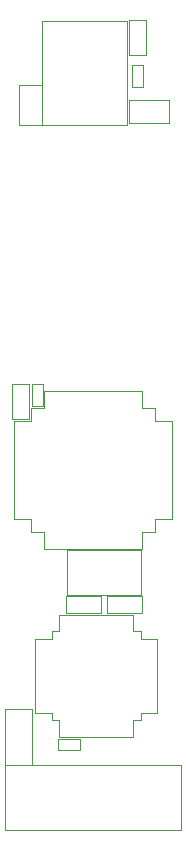
<source format=gbr>
G04 #@! TF.GenerationSoftware,KiCad,Pcbnew,8.0.5*
G04 #@! TF.CreationDate,2024-10-01T14:56:49-07:00*
G04 #@! TF.ProjectId,gr25_nodes,67723235-5f6e-46f6-9465-732e6b696361,rev?*
G04 #@! TF.SameCoordinates,Original*
G04 #@! TF.FileFunction,Other,User*
%FSLAX46Y46*%
G04 Gerber Fmt 4.6, Leading zero omitted, Abs format (unit mm)*
G04 Created by KiCad (PCBNEW 8.0.5) date 2024-10-01 14:56:49*
%MOMM*%
%LPD*%
G01*
G04 APERTURE LIST*
%ADD10C,0.050000*%
G04 APERTURE END LIST*
D10*
G04 #@! TO.C,D1*
X122770000Y-29020000D02*
X124230000Y-29020000D01*
X122770000Y-31980000D02*
X122770000Y-29020000D01*
X124230000Y-29020000D02*
X124230000Y-31980000D01*
X124230000Y-31980000D02*
X122770000Y-31980000D01*
G04 #@! TO.C,C7*
X113420000Y-34500000D02*
X115380000Y-34500000D01*
X113420000Y-37900000D02*
X113420000Y-34500000D01*
X115380000Y-34500000D02*
X115380000Y-37900000D01*
X115380000Y-37900000D02*
X113420000Y-37900000D01*
G04 #@! TO.C,U4*
X115400000Y-29100000D02*
X115400000Y-37900000D01*
X115400000Y-37900000D02*
X122600000Y-37900000D01*
X122600000Y-29100000D02*
X115400000Y-29100000D01*
X122600000Y-37900000D02*
X122600000Y-29100000D01*
G04 #@! TO.C,R3*
X123030000Y-32820000D02*
X123970000Y-32820000D01*
X123030000Y-34680000D02*
X123030000Y-32820000D01*
X123970000Y-32820000D02*
X123970000Y-34680000D01*
X123970000Y-34680000D02*
X123030000Y-34680000D01*
G04 #@! TO.C,Y1*
X117562500Y-73850000D02*
X117562500Y-77650000D01*
X117562500Y-77650000D02*
X123762500Y-77650000D01*
X123762500Y-73850000D02*
X117562500Y-73850000D01*
X123762500Y-77650000D02*
X123762500Y-73850000D01*
G04 #@! TO.C,C6*
X122800000Y-35770000D02*
X126200000Y-35770000D01*
X122800000Y-37730000D02*
X122800000Y-35770000D01*
X126200000Y-35770000D02*
X126200000Y-37730000D01*
X126200000Y-37730000D02*
X122800000Y-37730000D01*
G04 #@! TO.C,C9*
X120907500Y-77770000D02*
X123867500Y-77770000D01*
X120907500Y-79230000D02*
X120907500Y-77770000D01*
X123867500Y-77770000D02*
X123867500Y-79230000D01*
X123867500Y-79230000D02*
X120907500Y-79230000D01*
G04 #@! TO.C,J1*
X112300000Y-92100000D02*
X112300000Y-97600000D01*
X112300000Y-97600000D02*
X127200000Y-97600000D01*
X127200000Y-92100000D02*
X112300000Y-92100000D01*
X127200000Y-97600000D02*
X127200000Y-92100000D01*
G04 #@! TO.C,C10*
X117457500Y-77770000D02*
X120417500Y-77770000D01*
X117457500Y-79230000D02*
X117457500Y-77770000D01*
X120417500Y-77770000D02*
X120417500Y-79230000D01*
X120417500Y-79230000D02*
X117457500Y-79230000D01*
G04 #@! TO.C,D4*
X112250000Y-92050000D02*
X112250000Y-87350000D01*
X114550000Y-87350000D02*
X112250000Y-87350000D01*
X114550000Y-87350000D02*
X114550000Y-92050000D01*
X114550000Y-92050000D02*
X112250000Y-92050000D01*
G04 #@! TO.C,U5*
X114850000Y-81350001D02*
X116250000Y-81350000D01*
X114850000Y-84500000D02*
X114850000Y-81350001D01*
X114850000Y-84500000D02*
X114850000Y-87649999D01*
X114850000Y-87649999D02*
X116250000Y-87650000D01*
X116250000Y-80750000D02*
X116850000Y-80750000D01*
X116250000Y-81350000D02*
X116250000Y-80750000D01*
X116250000Y-87650000D02*
X116250000Y-88250000D01*
X116250000Y-88250000D02*
X116850000Y-88250000D01*
X116850000Y-80750000D02*
X116850001Y-79350000D01*
X116850000Y-88250000D02*
X116850001Y-89650000D01*
X116850001Y-79350000D02*
X120000000Y-79350000D01*
X116850001Y-89650000D02*
X120000000Y-89650000D01*
X123149999Y-79350000D02*
X120000000Y-79350000D01*
X123149999Y-89650000D02*
X120000000Y-89650000D01*
X123150000Y-80750000D02*
X123149999Y-79350000D01*
X123150000Y-88250000D02*
X123149999Y-89650000D01*
X123750000Y-80750000D02*
X123150000Y-80750000D01*
X123750000Y-81350000D02*
X123750000Y-80750000D01*
X123750000Y-87650000D02*
X123750000Y-88250000D01*
X123750000Y-88250000D02*
X123150000Y-88250000D01*
X125150000Y-81350001D02*
X123750000Y-81350000D01*
X125150000Y-84500000D02*
X125150000Y-81350001D01*
X125150000Y-84500000D02*
X125150000Y-87649999D01*
X125150000Y-87649999D02*
X123750000Y-87650000D01*
G04 #@! TO.C,R18*
X114530000Y-59770000D02*
X115470000Y-59770000D01*
X114530000Y-61630000D02*
X114530000Y-59770000D01*
X115470000Y-59770000D02*
X115470000Y-61630000D01*
X115470000Y-61630000D02*
X114530000Y-61630000D01*
G04 #@! TO.C,U1*
X113050000Y-62924999D02*
X114500000Y-62924999D01*
X113050000Y-71225001D02*
X114500000Y-71225001D01*
X113050001Y-67075000D02*
X113050000Y-62924999D01*
X113050001Y-67075000D02*
X113050000Y-71225001D01*
X114500000Y-61825000D02*
X115599999Y-61825000D01*
X114500000Y-62924999D02*
X114500000Y-61825000D01*
X114500000Y-71225001D02*
X114500000Y-72325000D01*
X114500000Y-72325000D02*
X115599999Y-72325000D01*
X115599999Y-60375000D02*
X119750000Y-60375001D01*
X115599999Y-61825000D02*
X115599999Y-60375000D01*
X115599999Y-72325000D02*
X115599999Y-73775000D01*
X115599999Y-73775000D02*
X119750000Y-73774999D01*
X123900001Y-60375000D02*
X119750000Y-60375001D01*
X123900001Y-61825000D02*
X123900001Y-60375000D01*
X123900001Y-72325000D02*
X123900001Y-73775000D01*
X123900001Y-73775000D02*
X119750000Y-73774999D01*
X125000000Y-61825000D02*
X123900001Y-61825000D01*
X125000000Y-62924999D02*
X125000000Y-61825000D01*
X125000000Y-71225001D02*
X125000000Y-72325000D01*
X125000000Y-72325000D02*
X123900001Y-72325000D01*
X126449999Y-67075000D02*
X126450000Y-62924999D01*
X126449999Y-67075000D02*
X126450000Y-71225001D01*
X126450000Y-62924999D02*
X125000000Y-62924999D01*
X126450000Y-71225001D02*
X125000000Y-71225001D01*
G04 #@! TO.C,D5*
X112870000Y-59820000D02*
X114330000Y-59820000D01*
X112870000Y-62780000D02*
X112870000Y-59820000D01*
X114330000Y-59820000D02*
X114330000Y-62780000D01*
X114330000Y-62780000D02*
X112870000Y-62780000D01*
G04 #@! TO.C,R12*
X116779999Y-89830000D02*
X118639999Y-89830000D01*
X116779999Y-90770000D02*
X116779999Y-89830000D01*
X118639999Y-89830000D02*
X118639999Y-90770000D01*
X118639999Y-90770000D02*
X116779999Y-90770000D01*
G04 #@! TD*
M02*

</source>
